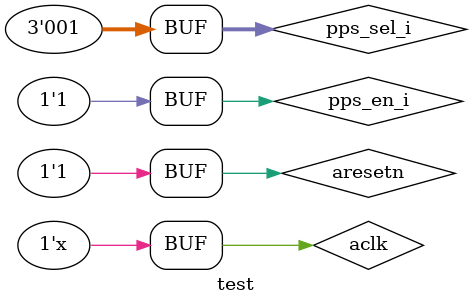
<source format=v>
`timescale 1ns / 1ps


module test(

    );
	wire pps_out;
	wire pulse_out;
	reg aclk;
	reg aresetn;
	reg [2:00]  pps_sel_i;
	reg pps_en_i;
	
	initial begin
	aclk = 'b0;
	aresetn = 'b0;
	pps_sel_i = 'b0;
	pps_en_i = 'b0;
	#100;
	aresetn = 'b1;
	#100;
	
	pps_en_i = 'b1;
	#1000000;
	pps_sel_i = 'b1;
	end
	always #5 aclk = ~aclk;
	
pps_gen pps_gen_inst(
      .aclk			(aclk)	,//100M
      .aresetn		(aresetn)	,
      .pps_sel_i	(pps_sel_i)	,
      .pps_en_i		(pps_en_i)	,//  1'b1

      .pps_out  	(pps_out)	,
      .pulse_out    (pulse_out)


);
endmodule

</source>
